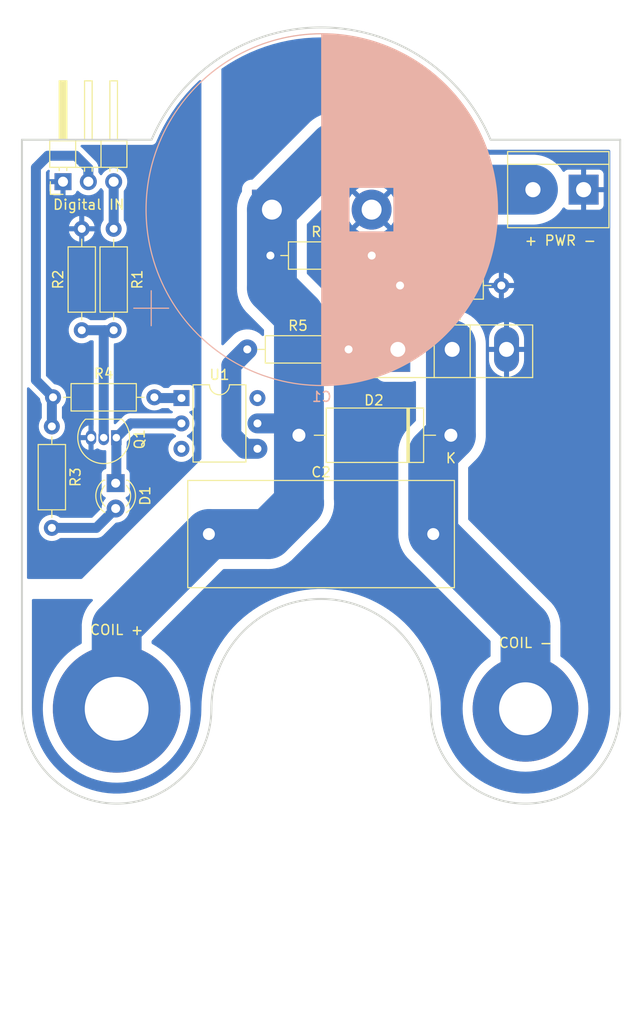
<source format=kicad_pcb>
(kicad_pcb (version 20211014) (generator pcbnew)
  (layers (0 "F.Cu" signal) (31 "B.Cu" signal) (34 "B.Paste" user) (35 "F.Paste" user) (36 "B.SilkS" user "B.Silkscreen") (37 "F.SilkS" user "F.Silkscreen") (38 "B.Mask" user) (39 "F.Mask" user) (44 "Edge.Cuts" user))
  (net 0 "")
  (net 1 "Net-(J1-Pad3)")
  (net 2 "Net-(Q1-Pad2)")
  (net 3 "GNDD")
  (net 4 "+3V3")
  (net 5 "Net-(D1-Pad2)")
  (net 6 "Net-(R4-Pad2)")
  (net 7 "+12V")
  (net 8 "GND")
  (net 9 "Net-(D1-Pad1)")
  (net 12 "Net-(R5-Pad1)")
  (net 13 "Net-(Q2-Pad1)")
  (net 14 "Net-(C2-Pad2)")
  (footprint "Package_TO_SOT_THT:TO-92_Inline" (layer "F.Cu") (at 129.47 97.84 180)
    (fp_text reference "Q1" (at -2.33 -0.16 90) (layer "F.SilkS"))
    (fp_text value "BS170")
    (pad "1" thru_hole rect (at 0 0 180) (size 1.05 1.5) (drill 0.75) (layers *.Cu *.Mask) (net 9 "Net-(D1-Pad1)"))
    (pad "2" thru_hole oval (at 1.27 0 180) (size 1.05 1.5) (drill 0.75) (layers *.Cu *.Mask) (net 2 "Net-(Q1-Pad2)"))
    (pad "3" thru_hole oval (at 2.54 0 180) (size 1.05 1.5) (drill 0.75) (layers *.Cu *.Mask) (net 3 "GNDD"))
  )
  (footprint "Diode_THT:D_DO-201_P15.24mm_Horizontal" (layer "F.Cu") (at 163.02 97.6 180)
    (fp_text reference "D2" (at 7.72 3.5) (layer "F.SilkS"))
    (fp_text value "1.5KE440CA")
    (fp_text user "K" (at 0 -2.3) (layer "F.SilkS"))
    (pad "1" thru_hole rect (at 0 0 180) (size 2.6 2.6) (drill 1.3) (layers *.Cu *.Mask) (net 14 "Net-(C2-Pad2)"))
    (pad "2" thru_hole oval (at 15.24 0 180) (size 2.6 2.6) (drill 1.3) (layers *.Cu *.Mask) (net 7 "+12V"))
  )
  (footprint "Resistor_THT:R_Axial_DIN0207_L6.3mm_D2.5mm_P10.16mm_Horizontal" (layer "F.Cu") (at 129.2 76.92 -90)
    (fp_text reference "R1" (at 5.08 -2.37 -90) (layer "F.SilkS"))
    (fp_text value "100")
    (pad "1" thru_hole circle (at 0 0 270) (size 1.6 1.6) (drill 0.8) (layers *.Cu *.Mask) (net 1 "Net-(J1-Pad3)"))
    (pad "2" thru_hole oval (at 10.16 0 270) (size 1.6 1.6) (drill 0.8) (layers *.Cu *.Mask) (net 2 "Net-(Q1-Pad2)"))
  )
  (footprint "Package_TO_SOT_THT:TO-247-3_Vertical" (layer "F.Cu") (at 157.7 89)
    (fp_text reference "Q2" (at 5.45 -3.45) (layer "F.SilkS"))
    (fp_text value "IRFP460PBF")
    (pad "1" thru_hole rect (at 0 0) (size 2.5 4.5) (drill 1.5) (layers *.Cu *.Mask) (net 13 "Net-(Q2-Pad1)"))
    (pad "2" thru_hole oval (at 5.45 0) (size 2.5 4.5) (drill 1.5) (layers *.Cu *.Mask) (net 14 "Net-(C2-Pad2)"))
    (pad "3" thru_hole oval (at 10.9 0) (size 2.5 4.5) (drill 1.5) (layers *.Cu *.Mask) (net 8 "GND"))
  )
  (footprint "Resistor_THT:R_Axial_DIN0207_L6.3mm_D2.5mm_P10.16mm_Horizontal" (layer "F.Cu") (at 144.92 79.6)
    (fp_text reference "R7" (at 5.08 -2.37) (layer "F.SilkS"))
    (fp_text value "2.2k")
    (pad "1" thru_hole circle (at 0 0) (size 1.6 1.6) (drill 0.8) (layers *.Cu *.Mask) (net 7 "+12V"))
    (pad "2" thru_hole oval (at 10.16 0) (size 1.6 1.6) (drill 0.8) (layers *.Cu *.Mask) (net 8 "GND"))
  )
  (footprint "TerminalBlock:TerminalBlock_bornier-2_P5.08mm" (layer "F.Cu") (at 176.33 73 180)
    (fp_text reference "J4" hide)
    (fp_text value "12V IN")
    (fp_text user "+ PWR -" (at 2.33 -5.1 unlocked) (layer "F.SilkS"))
    (pad "1" thru_hole rect (at 0 0 180) (size 3 3) (drill 1.52) (layers *.Cu *.Mask) (net 8 "GND"))
    (pad "2" thru_hole circle (at 5.08 0 180) (size 3 3) (drill 1.52) (layers *.Cu *.Mask) (net 7 "+12V"))
  )
  (footprint "Resistor_THT:R_Axial_DIN0207_L6.3mm_D2.5mm_P10.16mm_Horizontal" (layer "F.Cu") (at 123 96.72 -90)
    (fp_text reference "R3" (at 5.08 -2.37 -90) (layer "F.SilkS"))
    (fp_text value "220")
    (pad "1" thru_hole circle (at 0 0 270) (size 1.6 1.6) (drill 0.8) (layers *.Cu *.Mask) (net 4 "+3V3"))
    (pad "2" thru_hole oval (at 10.16 0 270) (size 1.6 1.6) (drill 0.8) (layers *.Cu *.Mask) (net 5 "Net-(D1-Pad2)"))
  )
  (footprint "Resistor_THT:R_Axial_DIN0207_L6.3mm_D2.5mm_P10.16mm_Horizontal" (layer "F.Cu") (at 123.12 93.8)
    (fp_text reference "R4" (at 5.08 -2.37) (layer "F.SilkS"))
    (fp_text value "220")
    (pad "1" thru_hole circle (at 0 0) (size 1.6 1.6) (drill 0.8) (layers *.Cu *.Mask) (net 4 "+3V3"))
    (pad "2" thru_hole oval (at 10.16 0) (size 1.6 1.6) (drill 0.8) (layers *.Cu *.Mask) (net 6 "Net-(R4-Pad2)"))
  )
  (footprint "Resistor_THT:R_Axial_DIN0207_L6.3mm_D2.5mm_P10.16mm_Horizontal" (layer "F.Cu") (at 142.6 89)
    (fp_text reference "R5" (at 5.08 -2.37) (layer "F.SilkS"))
    (fp_text value "100")
    (pad "1" thru_hole circle (at 0 0) (size 1.6 1.6) (drill 0.8) (layers *.Cu *.Mask) (net 12 "Net-(R5-Pad1)"))
    (pad "2" thru_hole oval (at 10.16 0) (size 1.6 1.6) (drill 0.8) (layers *.Cu *.Mask) (net 13 "Net-(Q2-Pad1)"))
  )
  (footprint "Package_DIP:DIP-6_W7.62mm" (layer "F.Cu") (at 136 93.875)
    (fp_text reference "U1" (at 3.81 -2.33) (layer "F.SilkS"))
    (fp_text value "4N28")
    (pad "1" thru_hole rect (at 0 0) (size 1.6 1.6) (drill 0.8) (layers *.Cu *.Mask) (net 6 "Net-(R4-Pad2)"))
    (pad "2" thru_hole oval (at 0 2.54) (size 1.6 1.6) (drill 0.8) (layers *.Cu *.Mask) (net 9 "Net-(D1-Pad1)"))
    (pad "3" thru_hole oval (at 0 5.08) (size 1.6 1.6) (drill 0.8) (layers *.Cu *.Mask))
    (pad "4" thru_hole oval (at 7.62 5.08) (size 1.6 1.6) (drill 0.8) (layers *.Cu *.Mask) (net 12 "Net-(R5-Pad1)"))
    (pad "5" thru_hole oval (at 7.62 2.54) (size 1.6 1.6) (drill 0.8) (layers *.Cu *.Mask) (net 7 "+12V"))
    (pad "6" thru_hole oval (at 7.62 0) (size 1.6 1.6) (drill 0.8) (layers *.Cu *.Mask))
  )
  (footprint "Resistor_THT:R_Axial_DIN0207_L6.3mm_D2.5mm_P10.16mm_Horizontal" (layer "F.Cu") (at 157.92 82.6)
    (fp_text reference "R6" (at 5.08 -2.37) (layer "F.SilkS"))
    (fp_text value "1k")
    (pad "1" thru_hole circle (at 0 0) (size 1.6 1.6) (drill 0.8) (layers *.Cu *.Mask) (net 13 "Net-(Q2-Pad1)"))
    (pad "2" thru_hole oval (at 10.16 0) (size 1.6 1.6) (drill 0.8) (layers *.Cu *.Mask) (net 8 "GND"))
  )
  (footprint "LED_THT:LED_D3.0mm" (layer "F.Cu") (at 129.4 102.4 -90)
    (fp_text reference "D1" (at 1.27 -2.96 90) (layer "F.SilkS"))
    (fp_text value "LED")
    (pad "1" thru_hole rect (at 0 0 270) (size 1.8 1.8) (drill 0.9) (layers *.Cu *.Mask) (net 9 "Net-(D1-Pad1)"))
    (pad "2" thru_hole circle (at 2.54 0 270) (size 1.8 1.8) (drill 0.9) (layers *.Cu *.Mask) (net 5 "Net-(D1-Pad2)"))
  )
  (footprint "Resistor_THT:R_Axial_DIN0207_L6.3mm_D2.5mm_P10.16mm_Horizontal" (layer "F.Cu") (at 126 87.08 90)
    (fp_text reference "R2" (at 5.08 -2.37 90) (layer "F.SilkS"))
    (fp_text value "2.2k")
    (pad "1" thru_hole circle (at 0 0 90) (size 1.6 1.6) (drill 0.8) (layers *.Cu *.Mask) (net 2 "Net-(Q1-Pad2)"))
    (pad "2" thru_hole oval (at 10.16 0 90) (size 1.6 1.6) (drill 0.8) (layers *.Cu *.Mask) (net 3 "GNDD"))
  )
  (footprint "MountingHole:MountingHole_5.3mm_M5_Pad" (layer "F.Cu") (at 170.5 125)
    (fp_text reference "J3" hide)
    (fp_text value "Coil-")
    (fp_text user "COIL -" (at 0 -6.6 unlocked) (layer "F.SilkS"))
    (pad "1" thru_hole circle (at 0 0) (size 10.6 10.6) (drill 5.3) (layers *.Cu *.Mask) (net 14 "Net-(C2-Pad2)"))
  )
  (footprint "MountingHole:MountingHole_6.4mm_M6_Pad" (layer "F.Cu") (at 129.5 125)
    (fp_text reference "J2" hide)
    (fp_text value "Coil+")
    (fp_text user "COIL +" (at 0 -7.9 unlocked) (layer "F.SilkS"))
    (pad "1" thru_hole circle (at 0 0) (size 12.8 12.8) (drill 6.4) (layers *.Cu *.Mask) (net 7 "+12V"))
  )
  (footprint "Capacitor_THT:C_Rect_L26.5mm_W10.5mm_P22.50mm_MKS4" (layer "F.Cu") (at 138.75 107.5)
    (fp_text reference "C2" (at 11.25 -6.2) (layer "F.SilkS"))
    (fp_text value "0.47u 630V")
    (pad "1" thru_hole circle (at 0 0) (size 2.4 2.4) (drill 1.2) (layers *.Cu *.Mask) (net 7 "+12V"))
    (pad "2" thru_hole circle (at 22.5 0) (size 2.4 2.4) (drill 1.2) (layers *.Cu *.Mask) (net 14 "Net-(C2-Pad2)"))
  )
  (footprint "Connector_PinHeader_2.54mm:PinHeader_1x03_P2.54mm_Horizontal" (layer "F.Cu") (at 124.12 72.2 90)
    (fp_text reference "J1" hide)
    (fp_text value "PWM")
    (fp_text user "Digital IN" (at -2.3 2.58 unlocked) (layer "F.SilkS"))
    (pad "1" thru_hole rect (at 0 0 90) (size 1.7 1.7) (drill 1) (layers *.Cu *.Mask) (net 3 "GNDD"))
    (pad "2" thru_hole oval (at 0 2.54 90) (size 1.7 1.7) (drill 1) (layers *.Cu *.Mask) (net 4 "+3V3"))
    (pad "3" thru_hole oval (at 0 5.08 90) (size 1.7 1.7) (drill 1) (layers *.Cu *.Mask) (net 1 "Net-(J1-Pad3)"))
  )
  (footprint "Capacitor_THT:CP_Radial_D35.0mm_P10.00mm_SnapIn" (layer "B.Cu") (at 145.069501 75)
    (fp_text reference "C1" (at 5 18.75) (layer "B.SilkS") (effects (justify mirror)))
    (fp_text value "47000u")
    (pad "1" thru_hole rect (at 0 0) (size 4 4) (drill 2) (layers *.Cu *.Mask) (net 7 "+12V"))
    (pad "2" thru_hole circle (at 10 0) (size 4 4) (drill 2) (layers *.Cu *.Mask) (net 8 "GND"))
  )
  (gr_arc (start 139 125) (mid 150 114) (end 161 125) (layer "Edge.Cuts") (width 0.2))
  (gr_arc (start 133 68) (mid 150 56.747946) (end 167 68) (layer "Edge.Cuts") (width 0.2))
  (gr_arc (start 180 125) (mid 170.5 134.5) (end 161 125) (layer "Edge.Cuts") (width 0.2))
  (gr_line (start 120 125) (end 120 68) (layer "Edge.Cuts") (width 0.2))
  (gr_arc (start 139 125) (mid 129.5 134.5) (end 120 125) (layer "Edge.Cuts") (width 0.2))
  (gr_line (start 180 125) (end 180 68) (layer "Edge.Cuts") (width 0.2))
  (gr_line (start 133 68) (end 120 68) (layer "Edge.Cuts") (width 0.2))
  (gr_line (start 167 68) (end 180 68) (layer "Edge.Cuts") (width 0.2))
  (segment (start 129.2 72.2) (end 129.2 76.92) (width 1) (layer "B.Cu") (net 1))
  (segment (start 128.2 87.16) (end 128.28 87.08) (width 1) (layer "B.Cu") (net 2))
  (segment (start 126 87.08) (end 128.28 87.08) (width 1) (layer "B.Cu") (net 2))
  (segment (start 128.28 87.08) (end 129.2 87.08) (width 1) (layer "B.Cu") (net 2))
  (segment (start 128.2 97.84) (end 128.2 87.16) (width 1) (layer "B.Cu") (net 2))
  (segment (start 122.6 69.6) (end 121.4 70.8) (width 1) (layer "B.Cu") (net 4))
  (segment (start 121.4 70.8) (end 121.4 92.08) (width 1) (layer "B.Cu") (net 4))
  (segment (start 126.66 70.86) (end 125.4 69.6) (width 1) (layer "B.Cu") (net 4))
  (segment (start 123 93.92) (end 123.12 93.8) (width 1) (layer "B.Cu") (net 4))
  (segment (start 126.66 72.2) (end 126.66 70.86) (width 1) (layer "B.Cu") (net 4))
  (segment (start 123 96.72) (end 123 93.92) (width 1) (layer "B.Cu") (net 4))
  (segment (start 125.4 69.6) (end 122.6 69.6) (width 1) (layer "B.Cu") (net 4))
  (segment (start 121.4 92.08) (end 123.12 93.8) (width 1) (layer "B.Cu") (net 4))
  (segment (start 127.46 106.88) (end 129.4 104.94) (width 1) (layer "B.Cu") (net 5))
  (segment (start 123 106.88) (end 127.46 106.88) (width 1) (layer "B.Cu") (net 5))
  (segment (start 136 93.875) (end 133.355 93.875) (width 1) (layer "B.Cu") (net 6))
  (segment (start 133.355 93.875) (end 133.28 93.8) (width 1) (layer "B.Cu") (net 6))
  (segment (start 171.25 73) (end 163.4 73) (width 5) (layer "B.Cu") (net 7))
  (segment (start 163.4 73) (end 159.2 68.8) (width 5) (layer "B.Cu") (net 7))
  (segment (start 146.595 96.415) (end 147.78 97.6) (width 2) (layer "B.Cu") (net 7))
  (segment (start 143.62 96.415) (end 146.595 96.415) (width 2) (layer "B.Cu") (net 7))
  (segment (start 145.069501 82.869501) (end 147.78 85.58) (width 5) (layer "B.Cu") (net 7))
  (segment (start 147.78 85.58) (end 147.78 97.6) (width 5) (layer "B.Cu") (net 7))
  (segment (start 147.78 104.38) (end 147.78 97.6) (width 5) (layer "B.Cu") (net 7))
  (segment (start 129.5 116.75) (end 138.75 107.5) (width 5) (layer "B.Cu") (net 7))
  (segment (start 145.069501 75) (end 145.069501 82.869501) (width 5) (layer "B.Cu") (net 7))
  (segment (start 147.8 104.4) (end 147.78 104.38) (width 5) (layer "B.Cu") (net 7))
  (segment (start 129.5 125) (end 129.5 116.75) (width 5) (layer "B.Cu") (net 7))
  (segment (start 144.7 107.5) (end 147.8 104.4) (width 5) (layer "B.Cu") (net 7))
  (segment (start 159.2 68.8) (end 151.269501 68.8) (width 5) (layer "B.Cu") (net 7))
  (segment (start 138.75 107.5) (end 144.7 107.5) (width 5) (layer "B.Cu") (net 7))
  (segment (start 151.269501 68.8) (end 145.069501 75) (width 5) (layer "B.Cu") (net 7))
  (segment (start 136 96.415) (end 130.895 96.415) (width 1) (layer "B.Cu") (net 9))
  (segment (start 129.4 102.4) (end 129.47 102.33) (width 1) (layer "B.Cu") (net 9))
  (segment (start 129.47 102.33) (end 129.47 97.84) (width 1) (layer "B.Cu") (net 9))
  (segment (start 130.895 96.415) (end 129.47 97.84) (width 1) (layer "B.Cu") (net 9))
  (segment (start 142.355 98.955) (end 141 97.6) (width 2) (layer "B.Cu") (net 12))
  (segment (start 141 97.6) (end 141 90.6) (width 2) (layer "B.Cu") (net 12))
  (segment (start 141 90.6) (end 142.6 89) (width 2) (layer "B.Cu") (net 12))
  (segment (start 143.62 98.955) (end 142.355 98.955) (width 2) (layer "B.Cu") (net 12))
  (segment (start 152.76 89) (end 157.7 89) (width 2) (layer "B.Cu") (net 13))
  (segment (start 157.7 82.82) (end 157.92 82.6) (width 2) (layer "B.Cu") (net 13))
  (segment (start 157.7 89) (end 157.7 82.82) (width 2) (layer "B.Cu") (net 13))
  (segment (start 170.5 125) (end 170.5 116.75) (width 5) (layer "B.Cu") (net 14))
  (segment (start 161.25 107.5) (end 161.25 99.37) (width 5) (layer "B.Cu") (net 14))
  (segment (start 170.5 116.75) (end 161.25 107.5) (width 5) (layer "B.Cu") (net 14))
  (segment (start 163.02 97.6) (end 163.02 88.53) (width 5) (layer "B.Cu") (net 14))
  (segment (start 161.25 99.37) (end 163.02 97.6) (width 5) (layer "B.Cu") (net 14))
  (zone (net 3) (net_name "GNDD") (layer "B.Cu") (connect_pads (clearance 0.508)) (min_thickness 0.254) (fill yes (thermal_gap 0.508) (thermal_bridge_width 0.508))
    (polygon (pts (xy 138 100) (xy 126 112) (xy 118 112) (xy 118 59.8) (xy 138 59.8)))
  )
  (zone (net 8) (net_name "GND") (layer "B.Cu") (connect_pads (clearance 1)) (min_thickness 0.254) (fill yes (thermal_gap 0.508) (thermal_bridge_width 0.508))
    (polygon (pts (xy 182 136) (xy 117.8 136) (xy 118 114) (xy 128 114) (xy 140 102) (xy 140 54) (xy 182 54)))
  )
)
</source>
